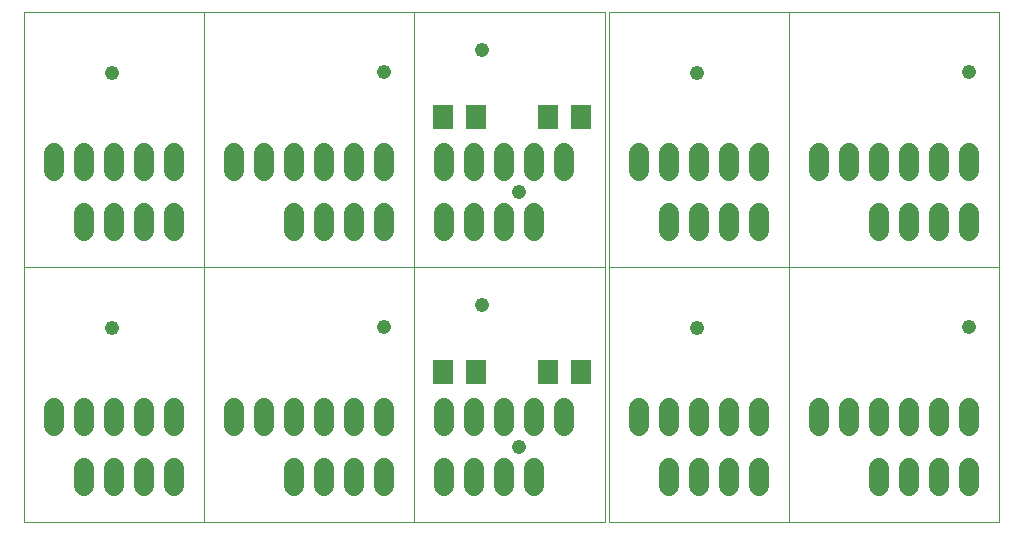
<source format=gbs>
G75*
%MOIN*%
%OFA0B0*%
%FSLAX24Y24*%
%IPPOS*%
%LPD*%
%AMOC8*
5,1,8,0,0,1.08239X$1,22.5*
%
%ADD10C,0.0000*%
%ADD11C,0.0680*%
%ADD12R,0.0710X0.0789*%
%ADD13C,0.0476*%
%ADD14C,0.0480*%
D10*
X000100Y000248D02*
X000100Y008744D01*
X000100Y008748D02*
X000100Y017244D01*
X000100Y017248D02*
X006100Y017248D01*
X013100Y017248D01*
X019470Y017248D01*
X019470Y017244D02*
X019470Y008748D01*
X013100Y008748D01*
X013100Y017248D01*
X019600Y017248D02*
X025600Y017248D01*
X032600Y017248D01*
X032600Y008748D01*
X025600Y008748D01*
X025600Y017248D01*
X019600Y017244D02*
X019600Y008748D01*
X025600Y008748D01*
X032600Y008748D01*
X032600Y000248D01*
X025600Y000248D01*
X025600Y008748D01*
X019600Y008748D01*
X019600Y008744D02*
X019600Y000248D01*
X025600Y000248D01*
X019470Y000248D02*
X019470Y008744D01*
X019470Y008748D02*
X013100Y008748D01*
X006100Y008748D01*
X006100Y017248D01*
X006100Y008748D02*
X000100Y008748D01*
X006100Y008748D01*
X013100Y008748D01*
X013100Y000248D01*
X019470Y000248D01*
X013100Y000248D02*
X006100Y000248D01*
X006100Y008748D01*
X006100Y000248D02*
X000100Y000248D01*
D11*
X002100Y001448D02*
X002100Y002048D01*
X003100Y002048D02*
X003100Y001448D01*
X004100Y001448D02*
X004100Y002048D01*
X005100Y002048D02*
X005100Y001448D01*
X005100Y003448D02*
X005100Y004048D01*
X004100Y004048D02*
X004100Y003448D01*
X003100Y003448D02*
X003100Y004048D01*
X002100Y004048D02*
X002100Y003448D01*
X001100Y003448D02*
X001100Y004048D01*
X007100Y004048D02*
X007100Y003448D01*
X008100Y003448D02*
X008100Y004048D01*
X009100Y004048D02*
X009100Y003448D01*
X010100Y003448D02*
X010100Y004048D01*
X011100Y004048D02*
X011100Y003448D01*
X012100Y003448D02*
X012100Y004048D01*
X014100Y004048D02*
X014100Y003448D01*
X015100Y003448D02*
X015100Y004048D01*
X016100Y004048D02*
X016100Y003448D01*
X017100Y003448D02*
X017100Y004048D01*
X018100Y004048D02*
X018100Y003448D01*
X020600Y003448D02*
X020600Y004048D01*
X021600Y004048D02*
X021600Y003448D01*
X022600Y003448D02*
X022600Y004048D01*
X023600Y004048D02*
X023600Y003448D01*
X024600Y003448D02*
X024600Y004048D01*
X026600Y004048D02*
X026600Y003448D01*
X027600Y003448D02*
X027600Y004048D01*
X028600Y004048D02*
X028600Y003448D01*
X029600Y003448D02*
X029600Y004048D01*
X030600Y004048D02*
X030600Y003448D01*
X031600Y003448D02*
X031600Y004048D01*
X031600Y002048D02*
X031600Y001448D01*
X030600Y001448D02*
X030600Y002048D01*
X029600Y002048D02*
X029600Y001448D01*
X028600Y001448D02*
X028600Y002048D01*
X024600Y002048D02*
X024600Y001448D01*
X023600Y001448D02*
X023600Y002048D01*
X022600Y002048D02*
X022600Y001448D01*
X021600Y001448D02*
X021600Y002048D01*
X017100Y002048D02*
X017100Y001448D01*
X016100Y001448D02*
X016100Y002048D01*
X015100Y002048D02*
X015100Y001448D01*
X014100Y001448D02*
X014100Y002048D01*
X012100Y002048D02*
X012100Y001448D01*
X011100Y001448D02*
X011100Y002048D01*
X010100Y002048D02*
X010100Y001448D01*
X009100Y001448D02*
X009100Y002048D01*
X009100Y009948D02*
X009100Y010548D01*
X010100Y010548D02*
X010100Y009948D01*
X011100Y009948D02*
X011100Y010548D01*
X012100Y010548D02*
X012100Y009948D01*
X014100Y009948D02*
X014100Y010548D01*
X015100Y010548D02*
X015100Y009948D01*
X016100Y009948D02*
X016100Y010548D01*
X017100Y010548D02*
X017100Y009948D01*
X017100Y011948D02*
X017100Y012548D01*
X016100Y012548D02*
X016100Y011948D01*
X015100Y011948D02*
X015100Y012548D01*
X014100Y012548D02*
X014100Y011948D01*
X012100Y011948D02*
X012100Y012548D01*
X011100Y012548D02*
X011100Y011948D01*
X010100Y011948D02*
X010100Y012548D01*
X009100Y012548D02*
X009100Y011948D01*
X008100Y011948D02*
X008100Y012548D01*
X007100Y012548D02*
X007100Y011948D01*
X005100Y011948D02*
X005100Y012548D01*
X004100Y012548D02*
X004100Y011948D01*
X003100Y011948D02*
X003100Y012548D01*
X002100Y012548D02*
X002100Y011948D01*
X001100Y011948D02*
X001100Y012548D01*
X002100Y010548D02*
X002100Y009948D01*
X003100Y009948D02*
X003100Y010548D01*
X004100Y010548D02*
X004100Y009948D01*
X005100Y009948D02*
X005100Y010548D01*
X018100Y011948D02*
X018100Y012548D01*
X020600Y012548D02*
X020600Y011948D01*
X021600Y011948D02*
X021600Y012548D01*
X022600Y012548D02*
X022600Y011948D01*
X023600Y011948D02*
X023600Y012548D01*
X024600Y012548D02*
X024600Y011948D01*
X026600Y011948D02*
X026600Y012548D01*
X027600Y012548D02*
X027600Y011948D01*
X028600Y011948D02*
X028600Y012548D01*
X029600Y012548D02*
X029600Y011948D01*
X030600Y011948D02*
X030600Y012548D01*
X031600Y012548D02*
X031600Y011948D01*
X031600Y010548D02*
X031600Y009948D01*
X030600Y009948D02*
X030600Y010548D01*
X029600Y010548D02*
X029600Y009948D01*
X028600Y009948D02*
X028600Y010548D01*
X024600Y010548D02*
X024600Y009948D01*
X023600Y009948D02*
X023600Y010548D01*
X022600Y010548D02*
X022600Y009948D01*
X021600Y009948D02*
X021600Y010548D01*
D12*
X018651Y013748D03*
X017549Y013748D03*
X015151Y013748D03*
X014049Y013748D03*
X014049Y005248D03*
X015151Y005248D03*
X017549Y005248D03*
X018651Y005248D03*
D13*
X015350Y007498D03*
X012100Y006748D03*
X016600Y002748D03*
X031600Y006748D03*
X016600Y011248D03*
X012100Y015248D03*
X015350Y015998D03*
X031600Y015248D03*
D14*
X022520Y015228D03*
X022520Y006728D03*
X003020Y006728D03*
X003020Y015228D03*
M02*

</source>
